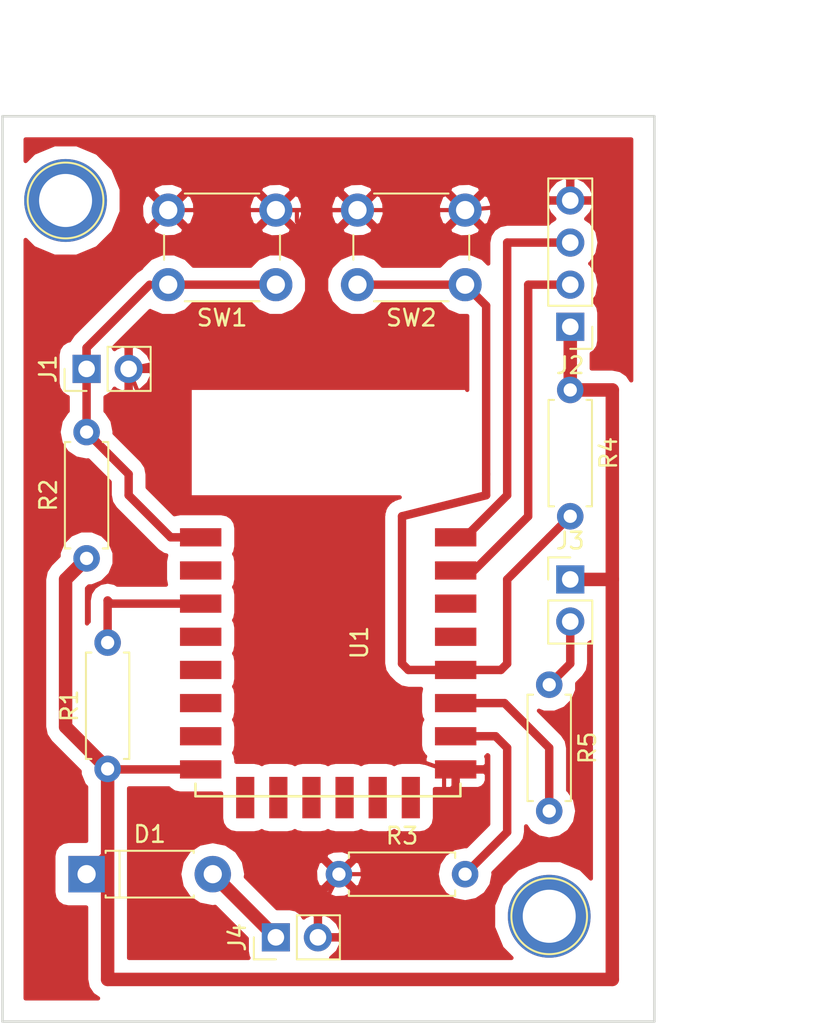
<source format=kicad_pcb>
(kicad_pcb (version 4) (host pcbnew 4.0.7-e2-6376~61~ubuntu18.04.1)

  (general
    (links 28)
    (no_connects 0)
    (area 147.244999 67.15 200.89 128.345001)
    (thickness 1.6)
    (drawings 6)
    (tracks 88)
    (zones 0)
    (modules 15)
    (nets 25)
  )

  (page A4)
  (layers
    (0 F.Cu signal)
    (31 B.Cu signal)
    (32 B.Adhes user)
    (33 F.Adhes user)
    (34 B.Paste user)
    (35 F.Paste user)
    (36 B.SilkS user)
    (37 F.SilkS user)
    (38 B.Mask user)
    (39 F.Mask user)
    (40 Dwgs.User user)
    (41 Cmts.User user)
    (42 Eco1.User user)
    (43 Eco2.User user)
    (44 Edge.Cuts user)
    (45 Margin user)
    (46 B.CrtYd user)
    (47 F.CrtYd user)
    (48 B.Fab user)
    (49 F.Fab user)
  )

  (setup
    (last_trace_width 0.508)
    (user_trace_width 0.1524)
    (user_trace_width 0.254)
    (user_trace_width 0.381)
    (user_trace_width 0.508)
    (user_trace_width 0.8128)
    (trace_clearance 0.2)
    (zone_clearance 0.762)
    (zone_45_only yes)
    (trace_min 0.1524)
    (segment_width 0.2)
    (edge_width 0.15)
    (via_size 0.6)
    (via_drill 0.4)
    (via_min_size 0.4)
    (via_min_drill 0.3)
    (user_via 0.4826 0.3302)
    (user_via 0.5 0.4)
    (user_via 1.905 0.3)
    (uvia_size 0.3)
    (uvia_drill 0.1)
    (uvias_allowed no)
    (uvia_min_size 0.2)
    (uvia_min_drill 0.1)
    (pcb_text_width 0.3)
    (pcb_text_size 1.5 1.5)
    (mod_edge_width 0.15)
    (mod_text_size 1 1)
    (mod_text_width 0.15)
    (pad_size 5 5)
    (pad_drill 3.2)
    (pad_to_mask_clearance 0.2)
    (aux_axis_origin 0 0)
    (grid_origin 152.4 80.01)
    (visible_elements FFFFFF7F)
    (pcbplotparams
      (layerselection 0x00030_80000001)
      (usegerberextensions false)
      (excludeedgelayer true)
      (linewidth 0.100000)
      (plotframeref false)
      (viasonmask false)
      (mode 1)
      (useauxorigin false)
      (hpglpennumber 1)
      (hpglpenspeed 20)
      (hpglpendiameter 15)
      (hpglpenoverlay 2)
      (psnegative false)
      (psa4output false)
      (plotreference true)
      (plotvalue true)
      (plotinvisibletext false)
      (padsonsilk false)
      (subtractmaskfromsilk false)
      (outputformat 1)
      (mirror false)
      (drillshape 1)
      (scaleselection 1)
      (outputdirectory ""))
  )

  (net 0 "")
  (net 1 3V3)
  (net 2 "Net-(J1-Pad1)")
  (net 3 "Net-(J2-Pad2)")
  (net 4 "Net-(J2-Pad3)")
  (net 5 "Net-(J3-Pad2)")
  (net 6 "Net-(R1-Pad2)")
  (net 7 "Net-(R3-Pad2)")
  (net 8 "Net-(R4-Pad2)")
  (net 9 "Net-(R5-Pad2)")
  (net 10 "Net-(U1-Pad2)")
  (net 11 "Net-(U1-Pad4)")
  (net 12 "Net-(U1-Pad5)")
  (net 13 "Net-(U1-Pad6)")
  (net 14 "Net-(U1-Pad7)")
  (net 15 "Net-(U1-Pad13)")
  (net 16 "Net-(U1-Pad14)")
  (net 17 "Net-(U1-Pad17)")
  (net 18 "Net-(U1-Pad18)")
  (net 19 "Net-(U1-Pad19)")
  (net 20 "Net-(U1-Pad20)")
  (net 21 "Net-(U1-Pad21)")
  (net 22 "Net-(U1-Pad22)")
  (net 23 "Net-(D1-Pad2)")
  (net 24 GND)

  (net_class Default "This is the default net class."
    (clearance 0.2)
    (trace_width 0.25)
    (via_dia 0.6)
    (via_drill 0.4)
    (uvia_dia 0.3)
    (uvia_drill 0.1)
    (add_net 3V3)
    (add_net GND)
    (add_net "Net-(D1-Pad2)")
    (add_net "Net-(J1-Pad1)")
    (add_net "Net-(J2-Pad2)")
    (add_net "Net-(J2-Pad3)")
    (add_net "Net-(J3-Pad2)")
    (add_net "Net-(R1-Pad2)")
    (add_net "Net-(R3-Pad2)")
    (add_net "Net-(R4-Pad2)")
    (add_net "Net-(R5-Pad2)")
    (add_net "Net-(U1-Pad13)")
    (add_net "Net-(U1-Pad14)")
    (add_net "Net-(U1-Pad17)")
    (add_net "Net-(U1-Pad18)")
    (add_net "Net-(U1-Pad19)")
    (add_net "Net-(U1-Pad2)")
    (add_net "Net-(U1-Pad20)")
    (add_net "Net-(U1-Pad21)")
    (add_net "Net-(U1-Pad22)")
    (add_net "Net-(U1-Pad4)")
    (add_net "Net-(U1-Pad5)")
    (add_net "Net-(U1-Pad6)")
    (add_net "Net-(U1-Pad7)")
  )

  (module Connectors:1pin (layer F.Cu) (tedit 5B158809) (tstamp 5B1589A0)
    (at 180.34 121.92)
    (descr "module 1 pin (ou trou mecanique de percage)")
    (tags DEV)
    (fp_text reference REF** (at 0 -3.048) (layer F.SilkS) hide
      (effects (font (size 1 1) (thickness 0.15)))
    )
    (fp_text value 1pin (at 0 3) (layer F.Fab) hide
      (effects (font (size 1 1) (thickness 0.15)))
    )
    (fp_circle (center 0 0) (end 2 0.8) (layer F.Fab) (width 0.1))
    (fp_circle (center 0 0) (end 2.6 0) (layer F.CrtYd) (width 0.05))
    (fp_circle (center 0 0) (end 0 -2.286) (layer F.SilkS) (width 0.12))
    (pad 1 thru_hole circle (at 0 0) (size 5 5) (drill 3.2) (layers *.Cu *.Mask))
  )

  (module Buttons_Switches_THT:SW_PUSH_6mm (layer F.Cu) (tedit 5923F252) (tstamp 5B15263D)
    (at 163.83 83.82 180)
    (descr https://www.omron.com/ecb/products/pdf/en-b3f.pdf)
    (tags "tact sw push 6mm")
    (path /5B1518E7)
    (fp_text reference SW1 (at 3.25 -2 180) (layer F.SilkS)
      (effects (font (size 1 1) (thickness 0.15)))
    )
    (fp_text value Reset (at 3.75 6.7 180) (layer F.Fab)
      (effects (font (size 1 1) (thickness 0.15)))
    )
    (fp_text user %R (at 3.25 2.25 180) (layer F.Fab)
      (effects (font (size 1 1) (thickness 0.15)))
    )
    (fp_line (start 3.25 -0.75) (end 6.25 -0.75) (layer F.Fab) (width 0.1))
    (fp_line (start 6.25 -0.75) (end 6.25 5.25) (layer F.Fab) (width 0.1))
    (fp_line (start 6.25 5.25) (end 0.25 5.25) (layer F.Fab) (width 0.1))
    (fp_line (start 0.25 5.25) (end 0.25 -0.75) (layer F.Fab) (width 0.1))
    (fp_line (start 0.25 -0.75) (end 3.25 -0.75) (layer F.Fab) (width 0.1))
    (fp_line (start 7.75 6) (end 8 6) (layer F.CrtYd) (width 0.05))
    (fp_line (start 8 6) (end 8 5.75) (layer F.CrtYd) (width 0.05))
    (fp_line (start 7.75 -1.5) (end 8 -1.5) (layer F.CrtYd) (width 0.05))
    (fp_line (start 8 -1.5) (end 8 -1.25) (layer F.CrtYd) (width 0.05))
    (fp_line (start -1.5 -1.25) (end -1.5 -1.5) (layer F.CrtYd) (width 0.05))
    (fp_line (start -1.5 -1.5) (end -1.25 -1.5) (layer F.CrtYd) (width 0.05))
    (fp_line (start -1.5 5.75) (end -1.5 6) (layer F.CrtYd) (width 0.05))
    (fp_line (start -1.5 6) (end -1.25 6) (layer F.CrtYd) (width 0.05))
    (fp_line (start -1.25 -1.5) (end 7.75 -1.5) (layer F.CrtYd) (width 0.05))
    (fp_line (start -1.5 5.75) (end -1.5 -1.25) (layer F.CrtYd) (width 0.05))
    (fp_line (start 7.75 6) (end -1.25 6) (layer F.CrtYd) (width 0.05))
    (fp_line (start 8 -1.25) (end 8 5.75) (layer F.CrtYd) (width 0.05))
    (fp_line (start 1 5.5) (end 5.5 5.5) (layer F.SilkS) (width 0.12))
    (fp_line (start -0.25 1.5) (end -0.25 3) (layer F.SilkS) (width 0.12))
    (fp_line (start 5.5 -1) (end 1 -1) (layer F.SilkS) (width 0.12))
    (fp_line (start 6.75 3) (end 6.75 1.5) (layer F.SilkS) (width 0.12))
    (fp_circle (center 3.25 2.25) (end 1.25 2.5) (layer F.Fab) (width 0.1))
    (pad 2 thru_hole circle (at 0 4.5 270) (size 2 2) (drill 1.1) (layers *.Cu *.Mask)
      (net 24 GND))
    (pad 1 thru_hole circle (at 0 0 270) (size 2 2) (drill 1.1) (layers *.Cu *.Mask)
      (net 2 "Net-(J1-Pad1)"))
    (pad 2 thru_hole circle (at 6.5 4.5 270) (size 2 2) (drill 1.1) (layers *.Cu *.Mask)
      (net 24 GND))
    (pad 1 thru_hole circle (at 6.5 0 270) (size 2 2) (drill 1.1) (layers *.Cu *.Mask)
      (net 2 "Net-(J1-Pad1)"))
    (model ${KISYS3DMOD}/Buttons_Switches_THT.3dshapes/SW_PUSH_6mm.wrl
      (at (xyz 0.005 0 0))
      (scale (xyz 0.3937 0.3937 0.3937))
      (rotate (xyz 0 0 0))
    )
  )

  (module Diodes_THT:D_DO-41_SOD81_P7.62mm_Horizontal (layer F.Cu) (tedit 5921392F) (tstamp 5B152603)
    (at 152.4 119.38)
    (descr "D, DO-41_SOD81 series, Axial, Horizontal, pin pitch=7.62mm, , length*diameter=5.2*2.7mm^2, , http://www.diodes.com/_files/packages/DO-41%20(Plastic).pdf")
    (tags "D DO-41_SOD81 series Axial Horizontal pin pitch 7.62mm  length 5.2mm diameter 2.7mm")
    (path /5B151373)
    (fp_text reference D1 (at 3.81 -2.41) (layer F.SilkS)
      (effects (font (size 1 1) (thickness 0.15)))
    )
    (fp_text value 1N4001 (at 3.81 2.41) (layer F.Fab)
      (effects (font (size 1 1) (thickness 0.15)))
    )
    (fp_text user %R (at 3.81 0) (layer F.Fab)
      (effects (font (size 1 1) (thickness 0.15)))
    )
    (fp_line (start 1.21 -1.35) (end 1.21 1.35) (layer F.Fab) (width 0.1))
    (fp_line (start 1.21 1.35) (end 6.41 1.35) (layer F.Fab) (width 0.1))
    (fp_line (start 6.41 1.35) (end 6.41 -1.35) (layer F.Fab) (width 0.1))
    (fp_line (start 6.41 -1.35) (end 1.21 -1.35) (layer F.Fab) (width 0.1))
    (fp_line (start 0 0) (end 1.21 0) (layer F.Fab) (width 0.1))
    (fp_line (start 7.62 0) (end 6.41 0) (layer F.Fab) (width 0.1))
    (fp_line (start 1.99 -1.35) (end 1.99 1.35) (layer F.Fab) (width 0.1))
    (fp_line (start 1.15 -1.28) (end 1.15 -1.41) (layer F.SilkS) (width 0.12))
    (fp_line (start 1.15 -1.41) (end 6.47 -1.41) (layer F.SilkS) (width 0.12))
    (fp_line (start 6.47 -1.41) (end 6.47 -1.28) (layer F.SilkS) (width 0.12))
    (fp_line (start 1.15 1.28) (end 1.15 1.41) (layer F.SilkS) (width 0.12))
    (fp_line (start 1.15 1.41) (end 6.47 1.41) (layer F.SilkS) (width 0.12))
    (fp_line (start 6.47 1.41) (end 6.47 1.28) (layer F.SilkS) (width 0.12))
    (fp_line (start 1.99 -1.41) (end 1.99 1.41) (layer F.SilkS) (width 0.12))
    (fp_line (start -1.35 -1.7) (end -1.35 1.7) (layer F.CrtYd) (width 0.05))
    (fp_line (start -1.35 1.7) (end 9 1.7) (layer F.CrtYd) (width 0.05))
    (fp_line (start 9 1.7) (end 9 -1.7) (layer F.CrtYd) (width 0.05))
    (fp_line (start 9 -1.7) (end -1.35 -1.7) (layer F.CrtYd) (width 0.05))
    (pad 1 thru_hole rect (at 0 0) (size 2.2 2.2) (drill 1.1) (layers *.Cu *.Mask)
      (net 1 3V3))
    (pad 2 thru_hole oval (at 7.62 0) (size 2.2 2.2) (drill 1.1) (layers *.Cu *.Mask)
      (net 23 "Net-(D1-Pad2)"))
    (model ${KISYS3DMOD}/Diodes_THT.3dshapes/D_DO-41_SOD81_P7.62mm_Horizontal.wrl
      (at (xyz 0 0 0))
      (scale (xyz 0.393701 0.393701 0.393701))
      (rotate (xyz 0 0 0))
    )
  )

  (module Pin_Headers:Pin_Header_Straight_1x02_Pitch2.54mm (layer F.Cu) (tedit 59650532) (tstamp 5B152609)
    (at 152.4 88.9 90)
    (descr "Through hole straight pin header, 1x02, 2.54mm pitch, single row")
    (tags "Through hole pin header THT 1x02 2.54mm single row")
    (path /5B15276C)
    (fp_text reference J1 (at 0 -2.33 90) (layer F.SilkS)
      (effects (font (size 1 1) (thickness 0.15)))
    )
    (fp_text value EXT_RST (at 0 4.87 90) (layer F.Fab)
      (effects (font (size 1 1) (thickness 0.15)))
    )
    (fp_line (start -0.635 -1.27) (end 1.27 -1.27) (layer F.Fab) (width 0.1))
    (fp_line (start 1.27 -1.27) (end 1.27 3.81) (layer F.Fab) (width 0.1))
    (fp_line (start 1.27 3.81) (end -1.27 3.81) (layer F.Fab) (width 0.1))
    (fp_line (start -1.27 3.81) (end -1.27 -0.635) (layer F.Fab) (width 0.1))
    (fp_line (start -1.27 -0.635) (end -0.635 -1.27) (layer F.Fab) (width 0.1))
    (fp_line (start -1.33 3.87) (end 1.33 3.87) (layer F.SilkS) (width 0.12))
    (fp_line (start -1.33 1.27) (end -1.33 3.87) (layer F.SilkS) (width 0.12))
    (fp_line (start 1.33 1.27) (end 1.33 3.87) (layer F.SilkS) (width 0.12))
    (fp_line (start -1.33 1.27) (end 1.33 1.27) (layer F.SilkS) (width 0.12))
    (fp_line (start -1.33 0) (end -1.33 -1.33) (layer F.SilkS) (width 0.12))
    (fp_line (start -1.33 -1.33) (end 0 -1.33) (layer F.SilkS) (width 0.12))
    (fp_line (start -1.8 -1.8) (end -1.8 4.35) (layer F.CrtYd) (width 0.05))
    (fp_line (start -1.8 4.35) (end 1.8 4.35) (layer F.CrtYd) (width 0.05))
    (fp_line (start 1.8 4.35) (end 1.8 -1.8) (layer F.CrtYd) (width 0.05))
    (fp_line (start 1.8 -1.8) (end -1.8 -1.8) (layer F.CrtYd) (width 0.05))
    (fp_text user %R (at 0 1.27 180) (layer F.Fab)
      (effects (font (size 1 1) (thickness 0.15)))
    )
    (pad 1 thru_hole rect (at 0 0 90) (size 1.7 1.7) (drill 1) (layers *.Cu *.Mask)
      (net 2 "Net-(J1-Pad1)"))
    (pad 2 thru_hole oval (at 0 2.54 90) (size 1.7 1.7) (drill 1) (layers *.Cu *.Mask)
      (net 24 GND))
    (model ${KISYS3DMOD}/Pin_Headers.3dshapes/Pin_Header_Straight_1x02_Pitch2.54mm.wrl
      (at (xyz 0 0 0))
      (scale (xyz 1 1 1))
      (rotate (xyz 0 0 0))
    )
  )

  (module Pin_Headers:Pin_Header_Straight_1x04_Pitch2.54mm (layer F.Cu) (tedit 5B1542F9) (tstamp 5B152611)
    (at 181.61 86.36 180)
    (descr "Through hole straight pin header, 1x04, 2.54mm pitch, single row")
    (tags "Through hole pin header THT 1x04 2.54mm single row")
    (path /5B151C36)
    (fp_text reference J2 (at 0 -2.33 180) (layer F.SilkS)
      (effects (font (size 1 1) (thickness 0.15)))
    )
    (fp_text value Programming (at 0 9.95 180) (layer F.Fab)
      (effects (font (size 1 1) (thickness 0.15)))
    )
    (fp_line (start -0.635 -1.27) (end 1.27 -1.27) (layer F.Fab) (width 0.1))
    (fp_line (start 1.27 -1.27) (end 1.27 8.89) (layer F.Fab) (width 0.1))
    (fp_line (start 1.27 8.89) (end -1.27 8.89) (layer F.Fab) (width 0.1))
    (fp_line (start -1.27 8.89) (end -1.27 -0.635) (layer F.Fab) (width 0.1))
    (fp_line (start -1.27 -0.635) (end -0.635 -1.27) (layer F.Fab) (width 0.1))
    (fp_line (start -1.33 8.95) (end 1.33 8.95) (layer F.SilkS) (width 0.12))
    (fp_line (start -1.33 1.27) (end -1.33 8.95) (layer F.SilkS) (width 0.12))
    (fp_line (start 1.33 1.27) (end 1.33 8.95) (layer F.SilkS) (width 0.12))
    (fp_line (start -1.33 1.27) (end 1.33 1.27) (layer F.SilkS) (width 0.12))
    (fp_line (start -1.33 0) (end -1.33 -1.33) (layer F.SilkS) (width 0.12))
    (fp_line (start -1.33 -1.33) (end 0 -1.33) (layer F.SilkS) (width 0.12))
    (fp_line (start -1.8 -1.8) (end -1.8 9.4) (layer F.CrtYd) (width 0.05))
    (fp_line (start -1.8 9.4) (end 1.8 9.4) (layer F.CrtYd) (width 0.05))
    (fp_line (start 1.8 9.4) (end 1.8 -1.8) (layer F.CrtYd) (width 0.05))
    (fp_line (start 1.8 -1.8) (end -1.8 -1.8) (layer F.CrtYd) (width 0.05))
    (fp_text user %R (at 2.54 5.08 270) (layer F.Fab)
      (effects (font (size 1 1) (thickness 0.15)))
    )
    (pad 1 thru_hole rect (at 0 0 180) (size 1.7 1.7) (drill 1) (layers *.Cu *.Mask)
      (net 1 3V3))
    (pad 2 thru_hole oval (at 0 2.54 180) (size 1.7 1.7) (drill 1) (layers *.Cu *.Mask)
      (net 3 "Net-(J2-Pad2)"))
    (pad 3 thru_hole oval (at 0 5.08 180) (size 1.7 1.7) (drill 1) (layers *.Cu *.Mask)
      (net 4 "Net-(J2-Pad3)"))
    (pad 4 thru_hole oval (at 0 7.62 180) (size 1.7 1.7) (drill 1) (layers *.Cu *.Mask)
      (net 24 GND))
    (model ${KISYS3DMOD}/Pin_Headers.3dshapes/Pin_Header_Straight_1x04_Pitch2.54mm.wrl
      (at (xyz 0 0 0))
      (scale (xyz 1 1 1))
      (rotate (xyz 0 0 0))
    )
  )

  (module Pin_Headers:Pin_Header_Straight_1x02_Pitch2.54mm (layer F.Cu) (tedit 59650532) (tstamp 5B152617)
    (at 181.61 101.6)
    (descr "Through hole straight pin header, 1x02, 2.54mm pitch, single row")
    (tags "Through hole pin header THT 1x02 2.54mm single row")
    (path /5B15263F)
    (fp_text reference J3 (at 0 -2.33) (layer F.SilkS)
      (effects (font (size 1 1) (thickness 0.15)))
    )
    (fp_text value EXT_LED (at 0 4.87) (layer F.Fab)
      (effects (font (size 1 1) (thickness 0.15)))
    )
    (fp_line (start -0.635 -1.27) (end 1.27 -1.27) (layer F.Fab) (width 0.1))
    (fp_line (start 1.27 -1.27) (end 1.27 3.81) (layer F.Fab) (width 0.1))
    (fp_line (start 1.27 3.81) (end -1.27 3.81) (layer F.Fab) (width 0.1))
    (fp_line (start -1.27 3.81) (end -1.27 -0.635) (layer F.Fab) (width 0.1))
    (fp_line (start -1.27 -0.635) (end -0.635 -1.27) (layer F.Fab) (width 0.1))
    (fp_line (start -1.33 3.87) (end 1.33 3.87) (layer F.SilkS) (width 0.12))
    (fp_line (start -1.33 1.27) (end -1.33 3.87) (layer F.SilkS) (width 0.12))
    (fp_line (start 1.33 1.27) (end 1.33 3.87) (layer F.SilkS) (width 0.12))
    (fp_line (start -1.33 1.27) (end 1.33 1.27) (layer F.SilkS) (width 0.12))
    (fp_line (start -1.33 0) (end -1.33 -1.33) (layer F.SilkS) (width 0.12))
    (fp_line (start -1.33 -1.33) (end 0 -1.33) (layer F.SilkS) (width 0.12))
    (fp_line (start -1.8 -1.8) (end -1.8 4.35) (layer F.CrtYd) (width 0.05))
    (fp_line (start -1.8 4.35) (end 1.8 4.35) (layer F.CrtYd) (width 0.05))
    (fp_line (start 1.8 4.35) (end 1.8 -1.8) (layer F.CrtYd) (width 0.05))
    (fp_line (start 1.8 -1.8) (end -1.8 -1.8) (layer F.CrtYd) (width 0.05))
    (fp_text user %R (at -3.81 1.27 90) (layer F.Fab)
      (effects (font (size 1 1) (thickness 0.15)))
    )
    (pad 1 thru_hole rect (at 0 0) (size 1.7 1.7) (drill 1) (layers *.Cu *.Mask)
      (net 1 3V3))
    (pad 2 thru_hole oval (at 0 2.54) (size 1.7 1.7) (drill 1) (layers *.Cu *.Mask)
      (net 5 "Net-(J3-Pad2)"))
    (model ${KISYS3DMOD}/Pin_Headers.3dshapes/Pin_Header_Straight_1x02_Pitch2.54mm.wrl
      (at (xyz 0 0 0))
      (scale (xyz 1 1 1))
      (rotate (xyz 0 0 0))
    )
  )

  (module Resistors_THT:R_Axial_DIN0207_L6.3mm_D2.5mm_P7.62mm_Horizontal (layer F.Cu) (tedit 5874F706) (tstamp 5B15261D)
    (at 153.67 113.03 90)
    (descr "Resistor, Axial_DIN0207 series, Axial, Horizontal, pin pitch=7.62mm, 0.25W = 1/4W, length*diameter=6.3*2.5mm^2, http://cdn-reichelt.de/documents/datenblatt/B400/1_4W%23YAG.pdf")
    (tags "Resistor Axial_DIN0207 series Axial Horizontal pin pitch 7.62mm 0.25W = 1/4W length 6.3mm diameter 2.5mm")
    (path /5B150EA9)
    (fp_text reference R1 (at 3.81 -2.31 90) (layer F.SilkS)
      (effects (font (size 1 1) (thickness 0.15)))
    )
    (fp_text value 100K (at 3.81 2.31 90) (layer F.Fab)
      (effects (font (size 1 1) (thickness 0.15)))
    )
    (fp_line (start 0.66 -1.25) (end 0.66 1.25) (layer F.Fab) (width 0.1))
    (fp_line (start 0.66 1.25) (end 6.96 1.25) (layer F.Fab) (width 0.1))
    (fp_line (start 6.96 1.25) (end 6.96 -1.25) (layer F.Fab) (width 0.1))
    (fp_line (start 6.96 -1.25) (end 0.66 -1.25) (layer F.Fab) (width 0.1))
    (fp_line (start 0 0) (end 0.66 0) (layer F.Fab) (width 0.1))
    (fp_line (start 7.62 0) (end 6.96 0) (layer F.Fab) (width 0.1))
    (fp_line (start 0.6 -0.98) (end 0.6 -1.31) (layer F.SilkS) (width 0.12))
    (fp_line (start 0.6 -1.31) (end 7.02 -1.31) (layer F.SilkS) (width 0.12))
    (fp_line (start 7.02 -1.31) (end 7.02 -0.98) (layer F.SilkS) (width 0.12))
    (fp_line (start 0.6 0.98) (end 0.6 1.31) (layer F.SilkS) (width 0.12))
    (fp_line (start 0.6 1.31) (end 7.02 1.31) (layer F.SilkS) (width 0.12))
    (fp_line (start 7.02 1.31) (end 7.02 0.98) (layer F.SilkS) (width 0.12))
    (fp_line (start -1.05 -1.6) (end -1.05 1.6) (layer F.CrtYd) (width 0.05))
    (fp_line (start -1.05 1.6) (end 8.7 1.6) (layer F.CrtYd) (width 0.05))
    (fp_line (start 8.7 1.6) (end 8.7 -1.6) (layer F.CrtYd) (width 0.05))
    (fp_line (start 8.7 -1.6) (end -1.05 -1.6) (layer F.CrtYd) (width 0.05))
    (pad 1 thru_hole circle (at 0 0 90) (size 1.6 1.6) (drill 0.8) (layers *.Cu *.Mask)
      (net 1 3V3))
    (pad 2 thru_hole oval (at 7.62 0 90) (size 1.6 1.6) (drill 0.8) (layers *.Cu *.Mask)
      (net 6 "Net-(R1-Pad2)"))
    (model ${KISYS3DMOD}/Resistors_THT.3dshapes/R_Axial_DIN0207_L6.3mm_D2.5mm_P7.62mm_Horizontal.wrl
      (at (xyz 0 0 0))
      (scale (xyz 0.393701 0.393701 0.393701))
      (rotate (xyz 0 0 0))
    )
  )

  (module Resistors_THT:R_Axial_DIN0207_L6.3mm_D2.5mm_P7.62mm_Horizontal (layer F.Cu) (tedit 5874F706) (tstamp 5B152623)
    (at 152.4 100.33 90)
    (descr "Resistor, Axial_DIN0207 series, Axial, Horizontal, pin pitch=7.62mm, 0.25W = 1/4W, length*diameter=6.3*2.5mm^2, http://cdn-reichelt.de/documents/datenblatt/B400/1_4W%23YAG.pdf")
    (tags "Resistor Axial_DIN0207 series Axial Horizontal pin pitch 7.62mm 0.25W = 1/4W length 6.3mm diameter 2.5mm")
    (path /5B151190)
    (fp_text reference R2 (at 3.81 -2.31 90) (layer F.SilkS)
      (effects (font (size 1 1) (thickness 0.15)))
    )
    (fp_text value 100K (at 3.81 2.31 90) (layer F.Fab)
      (effects (font (size 1 1) (thickness 0.15)))
    )
    (fp_line (start 0.66 -1.25) (end 0.66 1.25) (layer F.Fab) (width 0.1))
    (fp_line (start 0.66 1.25) (end 6.96 1.25) (layer F.Fab) (width 0.1))
    (fp_line (start 6.96 1.25) (end 6.96 -1.25) (layer F.Fab) (width 0.1))
    (fp_line (start 6.96 -1.25) (end 0.66 -1.25) (layer F.Fab) (width 0.1))
    (fp_line (start 0 0) (end 0.66 0) (layer F.Fab) (width 0.1))
    (fp_line (start 7.62 0) (end 6.96 0) (layer F.Fab) (width 0.1))
    (fp_line (start 0.6 -0.98) (end 0.6 -1.31) (layer F.SilkS) (width 0.12))
    (fp_line (start 0.6 -1.31) (end 7.02 -1.31) (layer F.SilkS) (width 0.12))
    (fp_line (start 7.02 -1.31) (end 7.02 -0.98) (layer F.SilkS) (width 0.12))
    (fp_line (start 0.6 0.98) (end 0.6 1.31) (layer F.SilkS) (width 0.12))
    (fp_line (start 0.6 1.31) (end 7.02 1.31) (layer F.SilkS) (width 0.12))
    (fp_line (start 7.02 1.31) (end 7.02 0.98) (layer F.SilkS) (width 0.12))
    (fp_line (start -1.05 -1.6) (end -1.05 1.6) (layer F.CrtYd) (width 0.05))
    (fp_line (start -1.05 1.6) (end 8.7 1.6) (layer F.CrtYd) (width 0.05))
    (fp_line (start 8.7 1.6) (end 8.7 -1.6) (layer F.CrtYd) (width 0.05))
    (fp_line (start 8.7 -1.6) (end -1.05 -1.6) (layer F.CrtYd) (width 0.05))
    (pad 1 thru_hole circle (at 0 0 90) (size 1.6 1.6) (drill 0.8) (layers *.Cu *.Mask)
      (net 1 3V3))
    (pad 2 thru_hole oval (at 7.62 0 90) (size 1.6 1.6) (drill 0.8) (layers *.Cu *.Mask)
      (net 2 "Net-(J1-Pad1)"))
    (model ${KISYS3DMOD}/Resistors_THT.3dshapes/R_Axial_DIN0207_L6.3mm_D2.5mm_P7.62mm_Horizontal.wrl
      (at (xyz 0 0 0))
      (scale (xyz 0.393701 0.393701 0.393701))
      (rotate (xyz 0 0 0))
    )
  )

  (module Resistors_THT:R_Axial_DIN0207_L6.3mm_D2.5mm_P7.62mm_Horizontal (layer F.Cu) (tedit 5874F706) (tstamp 5B152629)
    (at 167.64 119.38)
    (descr "Resistor, Axial_DIN0207 series, Axial, Horizontal, pin pitch=7.62mm, 0.25W = 1/4W, length*diameter=6.3*2.5mm^2, http://cdn-reichelt.de/documents/datenblatt/B400/1_4W%23YAG.pdf")
    (tags "Resistor Axial_DIN0207 series Axial Horizontal pin pitch 7.62mm 0.25W = 1/4W length 6.3mm diameter 2.5mm")
    (path /5B152042)
    (fp_text reference R3 (at 3.81 -2.31) (layer F.SilkS)
      (effects (font (size 1 1) (thickness 0.15)))
    )
    (fp_text value 100K (at 3.81 2.31) (layer F.Fab)
      (effects (font (size 1 1) (thickness 0.15)))
    )
    (fp_line (start 0.66 -1.25) (end 0.66 1.25) (layer F.Fab) (width 0.1))
    (fp_line (start 0.66 1.25) (end 6.96 1.25) (layer F.Fab) (width 0.1))
    (fp_line (start 6.96 1.25) (end 6.96 -1.25) (layer F.Fab) (width 0.1))
    (fp_line (start 6.96 -1.25) (end 0.66 -1.25) (layer F.Fab) (width 0.1))
    (fp_line (start 0 0) (end 0.66 0) (layer F.Fab) (width 0.1))
    (fp_line (start 7.62 0) (end 6.96 0) (layer F.Fab) (width 0.1))
    (fp_line (start 0.6 -0.98) (end 0.6 -1.31) (layer F.SilkS) (width 0.12))
    (fp_line (start 0.6 -1.31) (end 7.02 -1.31) (layer F.SilkS) (width 0.12))
    (fp_line (start 7.02 -1.31) (end 7.02 -0.98) (layer F.SilkS) (width 0.12))
    (fp_line (start 0.6 0.98) (end 0.6 1.31) (layer F.SilkS) (width 0.12))
    (fp_line (start 0.6 1.31) (end 7.02 1.31) (layer F.SilkS) (width 0.12))
    (fp_line (start 7.02 1.31) (end 7.02 0.98) (layer F.SilkS) (width 0.12))
    (fp_line (start -1.05 -1.6) (end -1.05 1.6) (layer F.CrtYd) (width 0.05))
    (fp_line (start -1.05 1.6) (end 8.7 1.6) (layer F.CrtYd) (width 0.05))
    (fp_line (start 8.7 1.6) (end 8.7 -1.6) (layer F.CrtYd) (width 0.05))
    (fp_line (start 8.7 -1.6) (end -1.05 -1.6) (layer F.CrtYd) (width 0.05))
    (pad 1 thru_hole circle (at 0 0) (size 1.6 1.6) (drill 0.8) (layers *.Cu *.Mask)
      (net 24 GND))
    (pad 2 thru_hole oval (at 7.62 0) (size 1.6 1.6) (drill 0.8) (layers *.Cu *.Mask)
      (net 7 "Net-(R3-Pad2)"))
    (model ${KISYS3DMOD}/Resistors_THT.3dshapes/R_Axial_DIN0207_L6.3mm_D2.5mm_P7.62mm_Horizontal.wrl
      (at (xyz 0 0 0))
      (scale (xyz 0.393701 0.393701 0.393701))
      (rotate (xyz 0 0 0))
    )
  )

  (module Resistors_THT:R_Axial_DIN0207_L6.3mm_D2.5mm_P7.62mm_Horizontal (layer F.Cu) (tedit 5874F706) (tstamp 5B15262F)
    (at 181.61 90.17 270)
    (descr "Resistor, Axial_DIN0207 series, Axial, Horizontal, pin pitch=7.62mm, 0.25W = 1/4W, length*diameter=6.3*2.5mm^2, http://cdn-reichelt.de/documents/datenblatt/B400/1_4W%23YAG.pdf")
    (tags "Resistor Axial_DIN0207 series Axial Horizontal pin pitch 7.62mm 0.25W = 1/4W length 6.3mm diameter 2.5mm")
    (path /5B1514BD)
    (fp_text reference R4 (at 3.81 -2.31 270) (layer F.SilkS)
      (effects (font (size 1 1) (thickness 0.15)))
    )
    (fp_text value 100K (at 3.81 2.31 270) (layer F.Fab)
      (effects (font (size 1 1) (thickness 0.15)))
    )
    (fp_line (start 0.66 -1.25) (end 0.66 1.25) (layer F.Fab) (width 0.1))
    (fp_line (start 0.66 1.25) (end 6.96 1.25) (layer F.Fab) (width 0.1))
    (fp_line (start 6.96 1.25) (end 6.96 -1.25) (layer F.Fab) (width 0.1))
    (fp_line (start 6.96 -1.25) (end 0.66 -1.25) (layer F.Fab) (width 0.1))
    (fp_line (start 0 0) (end 0.66 0) (layer F.Fab) (width 0.1))
    (fp_line (start 7.62 0) (end 6.96 0) (layer F.Fab) (width 0.1))
    (fp_line (start 0.6 -0.98) (end 0.6 -1.31) (layer F.SilkS) (width 0.12))
    (fp_line (start 0.6 -1.31) (end 7.02 -1.31) (layer F.SilkS) (width 0.12))
    (fp_line (start 7.02 -1.31) (end 7.02 -0.98) (layer F.SilkS) (width 0.12))
    (fp_line (start 0.6 0.98) (end 0.6 1.31) (layer F.SilkS) (width 0.12))
    (fp_line (start 0.6 1.31) (end 7.02 1.31) (layer F.SilkS) (width 0.12))
    (fp_line (start 7.02 1.31) (end 7.02 0.98) (layer F.SilkS) (width 0.12))
    (fp_line (start -1.05 -1.6) (end -1.05 1.6) (layer F.CrtYd) (width 0.05))
    (fp_line (start -1.05 1.6) (end 8.7 1.6) (layer F.CrtYd) (width 0.05))
    (fp_line (start 8.7 1.6) (end 8.7 -1.6) (layer F.CrtYd) (width 0.05))
    (fp_line (start 8.7 -1.6) (end -1.05 -1.6) (layer F.CrtYd) (width 0.05))
    (pad 1 thru_hole circle (at 0 0 270) (size 1.6 1.6) (drill 0.8) (layers *.Cu *.Mask)
      (net 1 3V3))
    (pad 2 thru_hole oval (at 7.62 0 270) (size 1.6 1.6) (drill 0.8) (layers *.Cu *.Mask)
      (net 8 "Net-(R4-Pad2)"))
    (model ${KISYS3DMOD}/Resistors_THT.3dshapes/R_Axial_DIN0207_L6.3mm_D2.5mm_P7.62mm_Horizontal.wrl
      (at (xyz 0 0 0))
      (scale (xyz 0.393701 0.393701 0.393701))
      (rotate (xyz 0 0 0))
    )
  )

  (module Resistors_THT:R_Axial_DIN0207_L6.3mm_D2.5mm_P7.62mm_Horizontal (layer F.Cu) (tedit 5874F706) (tstamp 5B152635)
    (at 180.34 107.95 270)
    (descr "Resistor, Axial_DIN0207 series, Axial, Horizontal, pin pitch=7.62mm, 0.25W = 1/4W, length*diameter=6.3*2.5mm^2, http://cdn-reichelt.de/documents/datenblatt/B400/1_4W%23YAG.pdf")
    (tags "Resistor Axial_DIN0207 series Axial Horizontal pin pitch 7.62mm 0.25W = 1/4W length 6.3mm diameter 2.5mm")
    (path /5B152313)
    (fp_text reference R5 (at 3.81 -2.31 270) (layer F.SilkS)
      (effects (font (size 1 1) (thickness 0.15)))
    )
    (fp_text value 220 (at 3.81 2.31 270) (layer F.Fab)
      (effects (font (size 1 1) (thickness 0.15)))
    )
    (fp_line (start 0.66 -1.25) (end 0.66 1.25) (layer F.Fab) (width 0.1))
    (fp_line (start 0.66 1.25) (end 6.96 1.25) (layer F.Fab) (width 0.1))
    (fp_line (start 6.96 1.25) (end 6.96 -1.25) (layer F.Fab) (width 0.1))
    (fp_line (start 6.96 -1.25) (end 0.66 -1.25) (layer F.Fab) (width 0.1))
    (fp_line (start 0 0) (end 0.66 0) (layer F.Fab) (width 0.1))
    (fp_line (start 7.62 0) (end 6.96 0) (layer F.Fab) (width 0.1))
    (fp_line (start 0.6 -0.98) (end 0.6 -1.31) (layer F.SilkS) (width 0.12))
    (fp_line (start 0.6 -1.31) (end 7.02 -1.31) (layer F.SilkS) (width 0.12))
    (fp_line (start 7.02 -1.31) (end 7.02 -0.98) (layer F.SilkS) (width 0.12))
    (fp_line (start 0.6 0.98) (end 0.6 1.31) (layer F.SilkS) (width 0.12))
    (fp_line (start 0.6 1.31) (end 7.02 1.31) (layer F.SilkS) (width 0.12))
    (fp_line (start 7.02 1.31) (end 7.02 0.98) (layer F.SilkS) (width 0.12))
    (fp_line (start -1.05 -1.6) (end -1.05 1.6) (layer F.CrtYd) (width 0.05))
    (fp_line (start -1.05 1.6) (end 8.7 1.6) (layer F.CrtYd) (width 0.05))
    (fp_line (start 8.7 1.6) (end 8.7 -1.6) (layer F.CrtYd) (width 0.05))
    (fp_line (start 8.7 -1.6) (end -1.05 -1.6) (layer F.CrtYd) (width 0.05))
    (pad 1 thru_hole circle (at 0 0 270) (size 1.6 1.6) (drill 0.8) (layers *.Cu *.Mask)
      (net 5 "Net-(J3-Pad2)"))
    (pad 2 thru_hole oval (at 7.62 0 270) (size 1.6 1.6) (drill 0.8) (layers *.Cu *.Mask)
      (net 9 "Net-(R5-Pad2)"))
    (model ${KISYS3DMOD}/Resistors_THT.3dshapes/R_Axial_DIN0207_L6.3mm_D2.5mm_P7.62mm_Horizontal.wrl
      (at (xyz 0 0 0))
      (scale (xyz 0.393701 0.393701 0.393701))
      (rotate (xyz 0 0 0))
    )
  )

  (module Buttons_Switches_THT:SW_PUSH_6mm (layer F.Cu) (tedit 5923F252) (tstamp 5B152645)
    (at 175.26 83.82 180)
    (descr https://www.omron.com/ecb/products/pdf/en-b3f.pdf)
    (tags "tact sw push 6mm")
    (path /5B151674)
    (fp_text reference SW2 (at 3.25 -2 180) (layer F.SilkS)
      (effects (font (size 1 1) (thickness 0.15)))
    )
    (fp_text value Program (at 3.75 6.7 180) (layer F.Fab)
      (effects (font (size 1 1) (thickness 0.15)))
    )
    (fp_text user %R (at 3.25 2.25 180) (layer F.Fab)
      (effects (font (size 1 1) (thickness 0.15)))
    )
    (fp_line (start 3.25 -0.75) (end 6.25 -0.75) (layer F.Fab) (width 0.1))
    (fp_line (start 6.25 -0.75) (end 6.25 5.25) (layer F.Fab) (width 0.1))
    (fp_line (start 6.25 5.25) (end 0.25 5.25) (layer F.Fab) (width 0.1))
    (fp_line (start 0.25 5.25) (end 0.25 -0.75) (layer F.Fab) (width 0.1))
    (fp_line (start 0.25 -0.75) (end 3.25 -0.75) (layer F.Fab) (width 0.1))
    (fp_line (start 7.75 6) (end 8 6) (layer F.CrtYd) (width 0.05))
    (fp_line (start 8 6) (end 8 5.75) (layer F.CrtYd) (width 0.05))
    (fp_line (start 7.75 -1.5) (end 8 -1.5) (layer F.CrtYd) (width 0.05))
    (fp_line (start 8 -1.5) (end 8 -1.25) (layer F.CrtYd) (width 0.05))
    (fp_line (start -1.5 -1.25) (end -1.5 -1.5) (layer F.CrtYd) (width 0.05))
    (fp_line (start -1.5 -1.5) (end -1.25 -1.5) (layer F.CrtYd) (width 0.05))
    (fp_line (start -1.5 5.75) (end -1.5 6) (layer F.CrtYd) (width 0.05))
    (fp_line (start -1.5 6) (end -1.25 6) (layer F.CrtYd) (width 0.05))
    (fp_line (start -1.25 -1.5) (end 7.75 -1.5) (layer F.CrtYd) (width 0.05))
    (fp_line (start -1.5 5.75) (end -1.5 -1.25) (layer F.CrtYd) (width 0.05))
    (fp_line (start 7.75 6) (end -1.25 6) (layer F.CrtYd) (width 0.05))
    (fp_line (start 8 -1.25) (end 8 5.75) (layer F.CrtYd) (width 0.05))
    (fp_line (start 1 5.5) (end 5.5 5.5) (layer F.SilkS) (width 0.12))
    (fp_line (start -0.25 1.5) (end -0.25 3) (layer F.SilkS) (width 0.12))
    (fp_line (start 5.5 -1) (end 1 -1) (layer F.SilkS) (width 0.12))
    (fp_line (start 6.75 3) (end 6.75 1.5) (layer F.SilkS) (width 0.12))
    (fp_circle (center 3.25 2.25) (end 1.25 2.5) (layer F.Fab) (width 0.1))
    (pad 2 thru_hole circle (at 0 4.5 270) (size 2 2) (drill 1.1) (layers *.Cu *.Mask)
      (net 24 GND))
    (pad 1 thru_hole circle (at 0 0 270) (size 2 2) (drill 1.1) (layers *.Cu *.Mask)
      (net 8 "Net-(R4-Pad2)"))
    (pad 2 thru_hole circle (at 6.5 4.5 270) (size 2 2) (drill 1.1) (layers *.Cu *.Mask)
      (net 24 GND))
    (pad 1 thru_hole circle (at 6.5 0 270) (size 2 2) (drill 1.1) (layers *.Cu *.Mask)
      (net 8 "Net-(R4-Pad2)"))
    (model ${KISYS3DMOD}/Buttons_Switches_THT.3dshapes/SW_PUSH_6mm.wrl
      (at (xyz 0.005 0 0))
      (scale (xyz 0.3937 0.3937 0.3937))
      (rotate (xyz 0 0 0))
    )
  )

  (module ESP8266:ESP-12E_SMD (layer F.Cu) (tedit 58FB7FFE) (tstamp 5B15265F)
    (at 159.99 99.06)
    (descr "Module, ESP-8266, ESP-12, 16 pad, SMD")
    (tags "Module ESP-8266 ESP8266")
    (path /5B15075B)
    (fp_text reference U1 (at 8.89 6.35 90) (layer F.SilkS)
      (effects (font (size 1 1) (thickness 0.15)))
    )
    (fp_text value ESP-12E (at 5.08 6.35 90) (layer F.Fab) hide
      (effects (font (size 1 1) (thickness 0.15)))
    )
    (fp_line (start -2.25 -0.5) (end -2.25 -8.75) (layer F.CrtYd) (width 0.05))
    (fp_line (start -2.25 -8.75) (end 15.25 -8.75) (layer F.CrtYd) (width 0.05))
    (fp_line (start 15.25 -8.75) (end 16.25 -8.75) (layer F.CrtYd) (width 0.05))
    (fp_line (start 16.25 -8.75) (end 16.25 16) (layer F.CrtYd) (width 0.05))
    (fp_line (start 16.25 16) (end -2.25 16) (layer F.CrtYd) (width 0.05))
    (fp_line (start -2.25 16) (end -2.25 -0.5) (layer F.CrtYd) (width 0.05))
    (fp_line (start -1.016 -8.382) (end 14.986 -8.382) (layer F.CrtYd) (width 0.1524))
    (fp_line (start 14.986 -8.382) (end 14.986 -0.889) (layer F.CrtYd) (width 0.1524))
    (fp_line (start -1.016 -8.382) (end -1.016 -1.016) (layer F.CrtYd) (width 0.1524))
    (fp_line (start -1.016 14.859) (end -1.016 15.621) (layer F.SilkS) (width 0.1524))
    (fp_line (start -1.016 15.621) (end 14.986 15.621) (layer F.SilkS) (width 0.1524))
    (fp_line (start 14.986 15.621) (end 14.986 14.859) (layer F.SilkS) (width 0.1524))
    (fp_line (start 14.992 -8.4) (end -1.008 -2.6) (layer F.CrtYd) (width 0.1524))
    (fp_line (start -1.008 -8.4) (end 14.992 -2.6) (layer F.CrtYd) (width 0.1524))
    (fp_text user "No Copper" (at 6.892 -5.4) (layer F.CrtYd)
      (effects (font (size 1 1) (thickness 0.15)))
    )
    (fp_line (start -1.008 -2.6) (end 14.992 -2.6) (layer F.CrtYd) (width 0.1524))
    (fp_line (start 15 -8.4) (end 15 15.6) (layer F.Fab) (width 0.05))
    (fp_line (start 14.992 15.6) (end -1.008 15.6) (layer F.Fab) (width 0.05))
    (fp_line (start -1.008 15.6) (end -1.008 -8.4) (layer F.Fab) (width 0.05))
    (fp_line (start -1.008 -8.4) (end 14.992 -8.4) (layer F.Fab) (width 0.05))
    (pad 1 smd rect (at 0 0) (size 2.5 1.1) (drill (offset -0.7 0)) (layers F.Cu F.Paste F.Mask)
      (net 2 "Net-(J1-Pad1)"))
    (pad 2 smd rect (at 0 2) (size 2.5 1.1) (drill (offset -0.7 0)) (layers F.Cu F.Paste F.Mask)
      (net 10 "Net-(U1-Pad2)"))
    (pad 3 smd rect (at 0 4) (size 2.5 1.1) (drill (offset -0.7 0)) (layers F.Cu F.Paste F.Mask)
      (net 6 "Net-(R1-Pad2)"))
    (pad 4 smd rect (at 0 6) (size 2.5 1.1) (drill (offset -0.7 0)) (layers F.Cu F.Paste F.Mask)
      (net 11 "Net-(U1-Pad4)"))
    (pad 5 smd rect (at 0 8) (size 2.5 1.1) (drill (offset -0.7 0)) (layers F.Cu F.Paste F.Mask)
      (net 12 "Net-(U1-Pad5)"))
    (pad 6 smd rect (at 0 10) (size 2.5 1.1) (drill (offset -0.7 0)) (layers F.Cu F.Paste F.Mask)
      (net 13 "Net-(U1-Pad6)"))
    (pad 7 smd rect (at 0 12) (size 2.5 1.1) (drill (offset -0.7 0)) (layers F.Cu F.Paste F.Mask)
      (net 14 "Net-(U1-Pad7)"))
    (pad 8 smd rect (at 0 14) (size 2.5 1.1) (drill (offset -0.7 0)) (layers F.Cu F.Paste F.Mask)
      (net 1 3V3))
    (pad 9 smd rect (at 14 14) (size 2.5 1.1) (drill (offset 0.7 0)) (layers F.Cu F.Paste F.Mask)
      (net 24 GND))
    (pad 10 smd rect (at 14 12) (size 2.5 1.1) (drill (offset 0.7 0)) (layers F.Cu F.Paste F.Mask)
      (net 7 "Net-(R3-Pad2)"))
    (pad 11 smd rect (at 14 10) (size 2.5 1.1) (drill (offset 0.7 0)) (layers F.Cu F.Paste F.Mask)
      (net 9 "Net-(R5-Pad2)"))
    (pad 12 smd rect (at 14 8) (size 2.5 1.1) (drill (offset 0.7 0)) (layers F.Cu F.Paste F.Mask)
      (net 8 "Net-(R4-Pad2)"))
    (pad 13 smd rect (at 14 6) (size 2.5 1.1) (drill (offset 0.7 0)) (layers F.Cu F.Paste F.Mask)
      (net 15 "Net-(U1-Pad13)"))
    (pad 14 smd rect (at 14 4) (size 2.5 1.1) (drill (offset 0.7 0)) (layers F.Cu F.Paste F.Mask)
      (net 16 "Net-(U1-Pad14)"))
    (pad 15 smd rect (at 14 2) (size 2.5 1.1) (drill (offset 0.7 0)) (layers F.Cu F.Paste F.Mask)
      (net 3 "Net-(J2-Pad2)"))
    (pad 16 smd rect (at 14 0) (size 2.5 1.1) (drill (offset 0.7 0)) (layers F.Cu F.Paste F.Mask)
      (net 4 "Net-(J2-Pad3)"))
    (pad 17 smd rect (at 1.99 15 90) (size 2.5 1.1) (drill (offset -0.7 0)) (layers F.Cu F.Paste F.Mask)
      (net 17 "Net-(U1-Pad17)"))
    (pad 18 smd rect (at 3.99 15 90) (size 2.5 1.1) (drill (offset -0.7 0)) (layers F.Cu F.Paste F.Mask)
      (net 18 "Net-(U1-Pad18)"))
    (pad 19 smd rect (at 5.99 15 90) (size 2.5 1.1) (drill (offset -0.7 0)) (layers F.Cu F.Paste F.Mask)
      (net 19 "Net-(U1-Pad19)"))
    (pad 20 smd rect (at 7.99 15 90) (size 2.5 1.1) (drill (offset -0.7 0)) (layers F.Cu F.Paste F.Mask)
      (net 20 "Net-(U1-Pad20)"))
    (pad 21 smd rect (at 9.99 15 90) (size 2.5 1.1) (drill (offset -0.7 0)) (layers F.Cu F.Paste F.Mask)
      (net 21 "Net-(U1-Pad21)"))
    (pad 22 smd rect (at 11.99 15 90) (size 2.5 1.1) (drill (offset -0.7 0)) (layers F.Cu F.Paste F.Mask)
      (net 22 "Net-(U1-Pad22)"))
    (model ${ESPLIB}/ESP8266.3dshapes/ESP-12.wrl
      (at (xyz 0 0 0))
      (scale (xyz 0.3937 0.3937 0.3937))
      (rotate (xyz 0 0 0))
    )
  )

  (module Pin_Headers:Pin_Header_Straight_1x02_Pitch2.54mm (layer F.Cu) (tedit 59650532) (tstamp 5B15292E)
    (at 163.83 123.19 90)
    (descr "Through hole straight pin header, 1x02, 2.54mm pitch, single row")
    (tags "Through hole pin header THT 1x02 2.54mm single row")
    (path /5B15362C)
    (fp_text reference J4 (at 0 -2.33 90) (layer F.SilkS)
      (effects (font (size 1 1) (thickness 0.15)))
    )
    (fp_text value Battery (at 0 5.08 90) (layer F.Fab)
      (effects (font (size 1 1) (thickness 0.15)))
    )
    (fp_line (start -0.635 -1.27) (end 1.27 -1.27) (layer F.Fab) (width 0.1))
    (fp_line (start 1.27 -1.27) (end 1.27 3.81) (layer F.Fab) (width 0.1))
    (fp_line (start 1.27 3.81) (end -1.27 3.81) (layer F.Fab) (width 0.1))
    (fp_line (start -1.27 3.81) (end -1.27 -0.635) (layer F.Fab) (width 0.1))
    (fp_line (start -1.27 -0.635) (end -0.635 -1.27) (layer F.Fab) (width 0.1))
    (fp_line (start -1.33 3.87) (end 1.33 3.87) (layer F.SilkS) (width 0.12))
    (fp_line (start -1.33 1.27) (end -1.33 3.87) (layer F.SilkS) (width 0.12))
    (fp_line (start 1.33 1.27) (end 1.33 3.87) (layer F.SilkS) (width 0.12))
    (fp_line (start -1.33 1.27) (end 1.33 1.27) (layer F.SilkS) (width 0.12))
    (fp_line (start -1.33 0) (end -1.33 -1.33) (layer F.SilkS) (width 0.12))
    (fp_line (start -1.33 -1.33) (end 0 -1.33) (layer F.SilkS) (width 0.12))
    (fp_line (start -1.8 -1.8) (end -1.8 4.35) (layer F.CrtYd) (width 0.05))
    (fp_line (start -1.8 4.35) (end 1.8 4.35) (layer F.CrtYd) (width 0.05))
    (fp_line (start 1.8 4.35) (end 1.8 -1.8) (layer F.CrtYd) (width 0.05))
    (fp_line (start 1.8 -1.8) (end -1.8 -1.8) (layer F.CrtYd) (width 0.05))
    (fp_text user %R (at 0 1.27 180) (layer F.Fab)
      (effects (font (size 1 1) (thickness 0.15)))
    )
    (pad 1 thru_hole rect (at 0 0 90) (size 1.7 1.7) (drill 1) (layers *.Cu *.Mask)
      (net 23 "Net-(D1-Pad2)"))
    (pad 2 thru_hole oval (at 0 2.54 90) (size 1.7 1.7) (drill 1) (layers *.Cu *.Mask)
      (net 24 GND))
    (model ${KISYS3DMOD}/Pin_Headers.3dshapes/Pin_Header_Straight_1x02_Pitch2.54mm.wrl
      (at (xyz 0 0 0))
      (scale (xyz 1 1 1))
      (rotate (xyz 0 0 0))
    )
  )

  (module Connectors:1pin (layer F.Cu) (tedit 5B158809) (tstamp 5B158783)
    (at 151.13 78.74)
    (descr "module 1 pin (ou trou mecanique de percage)")
    (tags DEV)
    (fp_text reference REF** (at 0 -3.048) (layer F.SilkS) hide
      (effects (font (size 1 1) (thickness 0.15)))
    )
    (fp_text value 1pin (at 0 3) (layer F.Fab) hide
      (effects (font (size 1 1) (thickness 0.15)))
    )
    (fp_circle (center 0 0) (end 2 0.8) (layer F.Fab) (width 0.1))
    (fp_circle (center 0 0) (end 2.6 0) (layer F.CrtYd) (width 0.05))
    (fp_circle (center 0 0) (end 0 -2.286) (layer F.SilkS) (width 0.12))
    (pad 1 thru_hole circle (at 0 0) (size 5 5) (drill 3.2) (layers *.Cu *.Mask))
  )

  (dimension 54.61 (width 0.3) (layer Cmts.User)
    (gr_text "54.610 mm" (at 194.39 100.965 270) (layer Cmts.User)
      (effects (font (size 1.5 1.5) (thickness 0.3)))
    )
    (feature1 (pts (xy 187.96 128.27) (xy 195.74 128.27)))
    (feature2 (pts (xy 187.96 73.66) (xy 195.74 73.66)))
    (crossbar (pts (xy 193.04 73.66) (xy 193.04 128.27)))
    (arrow1a (pts (xy 193.04 128.27) (xy 192.453579 127.143496)))
    (arrow1b (pts (xy 193.04 128.27) (xy 193.626421 127.143496)))
    (arrow2a (pts (xy 193.04 73.66) (xy 192.453579 74.786504)))
    (arrow2b (pts (xy 193.04 73.66) (xy 193.626421 74.786504)))
  )
  (dimension 39.37 (width 0.3) (layer Cmts.User)
    (gr_text "39.370 mm" (at 167.005 68.5) (layer Cmts.User)
      (effects (font (size 1.5 1.5) (thickness 0.3)))
    )
    (feature1 (pts (xy 186.69 72.39) (xy 186.69 67.15)))
    (feature2 (pts (xy 147.32 72.39) (xy 147.32 67.15)))
    (crossbar (pts (xy 147.32 69.85) (xy 186.69 69.85)))
    (arrow1a (pts (xy 186.69 69.85) (xy 185.563496 70.436421)))
    (arrow1b (pts (xy 186.69 69.85) (xy 185.563496 69.263579)))
    (arrow2a (pts (xy 147.32 69.85) (xy 148.446504 70.436421)))
    (arrow2b (pts (xy 147.32 69.85) (xy 148.446504 69.263579)))
  )
  (gr_line (start 147.32 128.27) (end 147.32 73.66) (angle 90) (layer Edge.Cuts) (width 0.15))
  (gr_line (start 186.69 128.27) (end 147.32 128.27) (angle 90) (layer Edge.Cuts) (width 0.15))
  (gr_line (start 186.69 73.66) (end 186.69 128.27) (angle 90) (layer Edge.Cuts) (width 0.15))
  (gr_line (start 147.32 73.66) (end 186.69 73.66) (angle 90) (layer Edge.Cuts) (width 0.15))

  (segment (start 152.4 100.33) (end 151.13 101.6) (width 0.8128) (layer F.Cu) (net 1))
  (segment (start 151.13 101.6) (end 151.13 110.49) (width 0.8128) (layer F.Cu) (net 1) (tstamp 5B15844B))
  (segment (start 151.13 110.49) (end 153.67 113.03) (width 0.8128) (layer F.Cu) (net 1) (tstamp 5B15844C))
  (segment (start 153.67 113.03) (end 153.67 118.11) (width 0.508) (layer F.Cu) (net 1))
  (segment (start 153.67 118.11) (end 152.4 119.38) (width 0.508) (layer F.Cu) (net 1) (tstamp 5B158387))
  (segment (start 181.61 101.6) (end 184.15 101.6) (width 0.8128) (layer F.Cu) (net 1))
  (segment (start 184.15 101.6) (end 184.15 125.73) (width 0.8128) (layer F.Cu) (net 1))
  (segment (start 153.67 125.73) (end 153.67 120.65) (width 0.8128) (layer F.Cu) (net 1) (tstamp 5B156986))
  (segment (start 184.15 125.73) (end 153.67 125.73) (width 0.8128) (layer F.Cu) (net 1) (tstamp 5B156980))
  (segment (start 153.67 113.03) (end 153.67 120.65) (width 0.8128) (layer F.Cu) (net 1))
  (segment (start 181.61 90.17) (end 184.15 90.17) (width 0.8128) (layer F.Cu) (net 1))
  (segment (start 184.15 90.17) (end 184.15 101.6) (width 0.8128) (layer F.Cu) (net 1) (tstamp 5B156916))
  (segment (start 181.61 86.36) (end 181.61 90.17) (width 0.8128) (layer F.Cu) (net 1))
  (segment (start 159.99 113.06) (end 153.7 113.06) (width 0.508) (layer F.Cu) (net 1))
  (segment (start 153.7 113.06) (end 153.67 113.03) (width 0.25) (layer F.Cu) (net 1) (tstamp 5B15457B))
  (segment (start 152.4 88.9) (end 152.4 87.63) (width 0.508) (layer F.Cu) (net 2))
  (segment (start 152.4 87.63) (end 156.21 83.82) (width 0.508) (layer F.Cu) (net 2) (tstamp 5B158544))
  (segment (start 156.21 83.82) (end 157.33 83.82) (width 0.25) (layer F.Cu) (net 2) (tstamp 5B158545))
  (segment (start 157.33 83.82) (end 156.21 83.82) (width 0.25) (layer F.Cu) (net 2))
  (segment (start 152.4 87.63) (end 152.4 92.71) (width 0.508) (layer F.Cu) (net 2) (tstamp 5B15853B))
  (segment (start 156.21 83.82) (end 152.4 87.63) (width 0.25) (layer F.Cu) (net 2) (tstamp 5B15853A))
  (segment (start 152.4 92.71) (end 154.94 95.25) (width 0.508) (layer F.Cu) (net 2) (tstamp 5B15853D))
  (segment (start 154.94 95.25) (end 154.94 96.52) (width 0.508) (layer F.Cu) (net 2) (tstamp 5B15853E))
  (segment (start 154.94 96.52) (end 157.48 99.06) (width 0.508) (layer F.Cu) (net 2) (tstamp 5B15853F))
  (segment (start 157.48 99.06) (end 159.99 99.06) (width 0.508) (layer F.Cu) (net 2) (tstamp 5B158540))
  (segment (start 157.33 83.82) (end 163.83 83.82) (width 0.508) (layer F.Cu) (net 2) (tstamp 5B156B23))
  (segment (start 159.99 99.06) (end 159.99 99.03) (width 0.25) (layer F.Cu) (net 2))
  (segment (start 181.61 83.82) (end 179.07 83.82) (width 0.508) (layer F.Cu) (net 3))
  (segment (start 179.07 83.82) (end 179.07 97.79) (width 0.508) (layer F.Cu) (net 3) (tstamp 5B15655D))
  (segment (start 179.07 97.79) (end 175.8 101.06) (width 0.508) (layer F.Cu) (net 3) (tstamp 5B156560))
  (segment (start 175.8 101.06) (end 173.99 101.06) (width 0.25) (layer F.Cu) (net 3) (tstamp 5B156563))
  (segment (start 181.61 81.28) (end 177.8 81.28) (width 0.508) (layer F.Cu) (net 4))
  (segment (start 177.8 81.28) (end 177.8 96.52) (width 0.508) (layer F.Cu) (net 4) (tstamp 5B15654A))
  (segment (start 177.8 96.52) (end 175.26 99.06) (width 0.508) (layer F.Cu) (net 4) (tstamp 5B15654D))
  (segment (start 175.26 99.06) (end 173.99 99.06) (width 0.25) (layer F.Cu) (net 4) (tstamp 5B156552))
  (segment (start 181.61 104.14) (end 181.61 106.68) (width 0.508) (layer F.Cu) (net 5))
  (segment (start 181.61 106.68) (end 180.34 107.95) (width 0.508) (layer F.Cu) (net 5) (tstamp 5B157CDD))
  (segment (start 153.67 105.41) (end 153.67 102.87) (width 0.508) (layer F.Cu) (net 6))
  (segment (start 153.86 103.06) (end 159.99 103.06) (width 0.508) (layer F.Cu) (net 6) (tstamp 5B154479))
  (segment (start 153.67 102.87) (end 153.86 103.06) (width 0.508) (layer F.Cu) (net 6) (tstamp 5B154478))
  (segment (start 177.1 111.06) (end 173.99 111.06) (width 0.508) (layer F.Cu) (net 7) (tstamp 5B158409))
  (segment (start 175.26 119.38) (end 177.8 116.84) (width 0.508) (layer F.Cu) (net 7) (tstamp 5B158404))
  (segment (start 177.8 116.84) (end 177.8 111.76) (width 0.508) (layer F.Cu) (net 7) (tstamp 5B158406))
  (segment (start 177.8 111.76) (end 177.1 111.06) (width 0.508) (layer F.Cu) (net 7) (tstamp 5B158408))
  (segment (start 175.26 83.82) (end 168.76 83.82) (width 0.508) (layer F.Cu) (net 8))
  (segment (start 173.99 107.06) (end 171.83 107.06) (width 0.508) (layer F.Cu) (net 8))
  (segment (start 171.83 107.06) (end 171.45 106.68) (width 0.508) (layer F.Cu) (net 8) (tstamp 5B156B27))
  (segment (start 171.45 106.68) (end 171.45 97.79) (width 0.508) (layer F.Cu) (net 8) (tstamp 5B156B28))
  (segment (start 171.45 97.79) (end 176.53 96.52) (width 0.508) (layer F.Cu) (net 8) (tstamp 5B156B29))
  (segment (start 176.53 96.52) (end 176.53 95.25) (width 0.508) (layer F.Cu) (net 8) (tstamp 5B156B2B))
  (segment (start 176.53 85.09) (end 175.26 83.82) (width 0.508) (layer F.Cu) (net 8) (tstamp 5B156B31))
  (segment (start 176.53 95.25) (end 176.53 85.09) (width 0.508) (layer F.Cu) (net 8) (tstamp 5B156B2F))
  (segment (start 176.53 95.25) (end 176.53 95.25) (width 0.25) (layer F.Cu) (net 8) (tstamp 5B156B2D))
  (segment (start 181.61 97.79) (end 180.34 99.06) (width 0.508) (layer F.Cu) (net 8))
  (segment (start 180.34 99.06) (end 177.8 101.6) (width 0.508) (layer F.Cu) (net 8) (tstamp 5B1565F6))
  (segment (start 177.8 101.6) (end 177.8 106.68) (width 0.508) (layer F.Cu) (net 8) (tstamp 5B1565F8))
  (segment (start 177.8 106.68) (end 177.42 107.06) (width 0.508) (layer F.Cu) (net 8) (tstamp 5B1565FA))
  (segment (start 177.42 107.06) (end 173.99 107.06) (width 0.508) (layer F.Cu) (net 8) (tstamp 5B1565FB))
  (segment (start 173.99 109.06) (end 177.64 109.06) (width 0.508) (layer F.Cu) (net 9))
  (segment (start 177.64 109.06) (end 180.34 111.76) (width 0.508) (layer F.Cu) (net 9) (tstamp 5B157CE3))
  (segment (start 180.34 111.76) (end 180.34 115.57) (width 0.508) (layer F.Cu) (net 9) (tstamp 5B157CE4))
  (segment (start 160.02 119.38) (end 163.83 123.19) (width 0.8128) (layer F.Cu) (net 23))
  (segment (start 166.37 123.19) (end 166.37 121.92) (width 0.25) (layer F.Cu) (net 24))
  (segment (start 166.37 121.92) (end 167.64 119.38) (width 0.25) (layer F.Cu) (net 24) (tstamp 5B15840D))
  (segment (start 167.64 119.38) (end 171.45 119.38) (width 0.25) (layer F.Cu) (net 24) (tstamp 5B15840F))
  (segment (start 171.45 119.38) (end 173.99 116.84) (width 0.25) (layer F.Cu) (net 24) (tstamp 5B158411))
  (segment (start 173.99 116.84) (end 173.99 113.06) (width 0.25) (layer F.Cu) (net 24) (tstamp 5B158413))
  (segment (start 163.83 79.32) (end 168.76 79.32) (width 0.25) (layer F.Cu) (net 24))
  (segment (start 165.1 79.32) (end 165.1 80.01) (width 0.25) (layer F.Cu) (net 24))
  (segment (start 172.085 112.395) (end 173.99 113.06) (width 0.25) (layer F.Cu) (net 24) (tstamp 5B1579F6))
  (segment (start 171.45 111.76) (end 172.085 112.395) (width 0.25) (layer F.Cu) (net 24) (tstamp 5B1579F1))
  (segment (start 170.18 110.49) (end 171.45 111.76) (width 0.25) (layer F.Cu) (net 24) (tstamp 5B1579E9))
  (segment (start 162.56 102.87) (end 170.18 110.49) (width 0.25) (layer F.Cu) (net 24) (tstamp 5B1579D9))
  (segment (start 162.56 99.06) (end 162.56 102.87) (width 0.25) (layer F.Cu) (net 24) (tstamp 5B1579D3))
  (segment (start 161.29 97.79) (end 162.56 99.06) (width 0.25) (layer F.Cu) (net 24) (tstamp 5B1579D0))
  (segment (start 157.48 96.52) (end 161.29 97.79) (width 0.25) (layer F.Cu) (net 24) (tstamp 5B1579CE))
  (segment (start 157.48 95.25) (end 157.48 96.52) (width 0.25) (layer F.Cu) (net 24) (tstamp 5B1579CA))
  (segment (start 154.94 88.9) (end 157.48 95.25) (width 0.25) (layer F.Cu) (net 24) (tstamp 5B1579C8))
  (segment (start 161.29 87.63) (end 154.94 88.9) (width 0.25) (layer F.Cu) (net 24) (tstamp 5B1579C4))
  (segment (start 163.83 87.63) (end 161.29 87.63) (width 0.25) (layer F.Cu) (net 24) (tstamp 5B1579C1))
  (segment (start 166.37 85.09) (end 163.83 87.63) (width 0.25) (layer F.Cu) (net 24) (tstamp 5B1579BA))
  (segment (start 166.37 81.28) (end 166.37 85.09) (width 0.25) (layer F.Cu) (net 24) (tstamp 5B1579B6))
  (segment (start 165.1 80.01) (end 166.37 81.28) (width 0.25) (layer F.Cu) (net 24) (tstamp 5B1579B5))
  (segment (start 157.33 79.32) (end 165.1 79.32) (width 0.25) (layer F.Cu) (net 24) (tstamp 5B156B16))
  (segment (start 165.1 79.32) (end 168.76 79.32) (width 0.25) (layer F.Cu) (net 24) (tstamp 5B1579B3))
  (segment (start 168.76 79.32) (end 175.26 79.32) (width 0.25) (layer F.Cu) (net 24) (tstamp 5B156B17))
  (segment (start 175.26 79.32) (end 181.61 78.74) (width 0.25) (layer F.Cu) (net 24) (tstamp 5B15652D))
  (segment (start 173.99 113.06) (end 174.02 113.06) (width 0.25) (layer F.Cu) (net 24))

  (zone (net 0) (net_name "") (layer F.Cu) (tstamp 5B157E5D) (hatch edge 0.508)
    (connect_pads (clearance 0.508))
    (min_thickness 0.254)
    (keepout (tracks not_allowed) (vias not_allowed) (copperpour not_allowed))
    (fill (arc_segments 16) (thermal_gap 0.508) (thermal_bridge_width 0.508))
    (polygon
      (pts
        (xy 175.26 96.52) (xy 158.75 96.52) (xy 158.75 90.17) (xy 175.26 90.17)
      )
    )
  )
  (zone (net 24) (net_name GND) (layer F.Cu) (tstamp 5B158B5F) (hatch edge 0.508)
    (connect_pads (clearance 0.762))
    (min_thickness 0.254)
    (fill yes (arc_segments 16) (thermal_gap 0.508) (thermal_bridge_width 0.508))
    (polygon
      (pts
        (xy 185.42 127) (xy 148.59 127) (xy 148.59 74.93) (xy 185.42 74.93)
      )
    )
    (filled_polygon
      (pts
        (xy 185.293 89.593764) (xy 185.065986 89.254014) (xy 184.645728 88.973206) (xy 184.15 88.8746) (xy 182.9054 88.8746)
        (xy 182.9054 87.979811) (xy 183.092017 87.859726) (xy 183.295003 87.562647) (xy 183.366416 87.21) (xy 183.366416 85.51)
        (xy 183.304427 85.180556) (xy 183.109726 84.877983) (xy 183.026455 84.821086) (xy 183.250696 84.485486) (xy 183.383069 83.82)
        (xy 183.250696 83.154514) (xy 182.873728 82.590341) (xy 182.813353 82.55) (xy 182.873728 82.509659) (xy 183.250696 81.945486)
        (xy 183.383069 81.28) (xy 183.250696 80.614514) (xy 182.873728 80.050341) (xy 182.570846 79.847962) (xy 182.881645 79.506924)
        (xy 183.051476 79.09689) (xy 182.930155 78.867) (xy 181.737 78.867) (xy 181.737 78.887) (xy 181.483 78.887)
        (xy 181.483 78.867) (xy 180.289845 78.867) (xy 180.168524 79.09689) (xy 180.338355 79.506924) (xy 180.649154 79.847962)
        (xy 180.346272 80.050341) (xy 180.288368 80.137) (xy 177.8 80.137) (xy 177.362593 80.224006) (xy 176.991777 80.471777)
        (xy 176.744006 80.842593) (xy 176.657 81.28) (xy 176.657 82.545656) (xy 176.33143 82.219517) (xy 175.637394 81.931328)
        (xy 174.885903 81.930673) (xy 174.191365 82.21765) (xy 173.731212 82.677) (xy 170.288115 82.677) (xy 169.83143 82.219517)
        (xy 169.137394 81.931328) (xy 168.385903 81.930673) (xy 167.691365 82.21765) (xy 167.159517 82.74857) (xy 166.871328 83.442606)
        (xy 166.870673 84.194097) (xy 167.15765 84.888635) (xy 167.68857 85.420483) (xy 168.382606 85.708672) (xy 169.134097 85.709327)
        (xy 169.828635 85.42235) (xy 170.288788 84.963) (xy 173.731885 84.963) (xy 174.18857 85.420483) (xy 174.882606 85.708672)
        (xy 175.387 85.709112) (xy 175.387 90.17) (xy 175.378315 90.123841) (xy 175.351035 90.081447) (xy 175.30941 90.053006)
        (xy 175.26 90.043) (xy 158.75 90.043) (xy 158.703841 90.051685) (xy 158.661447 90.078965) (xy 158.633006 90.12059)
        (xy 158.623 90.17) (xy 158.623 96.52) (xy 158.631685 96.566159) (xy 158.658965 96.608553) (xy 158.70059 96.636994)
        (xy 158.75 96.647) (xy 171.30929 96.647) (xy 171.172782 96.681127) (xy 171.095941 96.717427) (xy 171.012593 96.734006)
        (xy 170.896156 96.811806) (xy 170.769537 96.871622) (xy 170.712438 96.934563) (xy 170.641777 96.981777) (xy 170.563976 97.098214)
        (xy 170.469886 97.201931) (xy 170.44122 97.281933) (xy 170.394006 97.352593) (xy 170.366686 97.489942) (xy 170.319449 97.621769)
        (xy 170.32358 97.706649) (xy 170.307 97.79) (xy 170.307 106.68) (xy 170.394006 107.117407) (xy 170.641777 107.488223)
        (xy 171.021777 107.868223) (xy 171.392593 108.115994) (xy 171.83 108.203) (xy 172.595753 108.203) (xy 172.533584 108.51)
        (xy 172.533584 109.61) (xy 172.595573 109.939444) (xy 172.672357 110.058769) (xy 172.604997 110.157353) (xy 172.533584 110.51)
        (xy 172.533584 111.61) (xy 172.595573 111.939444) (xy 172.790274 112.242017) (xy 172.84749 112.281111) (xy 172.805 112.38369)
        (xy 172.805 112.659273) (xy 172.53 112.603584) (xy 171.43 112.603584) (xy 171.100556 112.665573) (xy 170.981231 112.742357)
        (xy 170.882647 112.674997) (xy 170.53 112.603584) (xy 169.43 112.603584) (xy 169.100556 112.665573) (xy 168.981231 112.742357)
        (xy 168.882647 112.674997) (xy 168.53 112.603584) (xy 167.43 112.603584) (xy 167.100556 112.665573) (xy 166.981231 112.742357)
        (xy 166.882647 112.674997) (xy 166.53 112.603584) (xy 165.43 112.603584) (xy 165.100556 112.665573) (xy 164.981231 112.742357)
        (xy 164.882647 112.674997) (xy 164.53 112.603584) (xy 163.43 112.603584) (xy 163.100556 112.665573) (xy 162.981231 112.742357)
        (xy 162.882647 112.674997) (xy 162.53 112.603584) (xy 161.446416 112.603584) (xy 161.446416 112.51) (xy 161.384427 112.180556)
        (xy 161.307643 112.061231) (xy 161.375003 111.962647) (xy 161.446416 111.61) (xy 161.446416 110.51) (xy 161.384427 110.180556)
        (xy 161.307643 110.061231) (xy 161.375003 109.962647) (xy 161.446416 109.61) (xy 161.446416 108.51) (xy 161.384427 108.180556)
        (xy 161.307643 108.061231) (xy 161.375003 107.962647) (xy 161.446416 107.61) (xy 161.446416 106.51) (xy 161.384427 106.180556)
        (xy 161.307643 106.061231) (xy 161.375003 105.962647) (xy 161.446416 105.61) (xy 161.446416 104.51) (xy 161.384427 104.180556)
        (xy 161.307643 104.061231) (xy 161.375003 103.962647) (xy 161.446416 103.61) (xy 161.446416 102.51) (xy 161.384427 102.180556)
        (xy 161.307643 102.061231) (xy 161.375003 101.962647) (xy 161.446416 101.61) (xy 161.446416 100.51) (xy 161.384427 100.180556)
        (xy 161.307643 100.061231) (xy 161.375003 99.962647) (xy 161.446416 99.61) (xy 161.446416 98.51) (xy 161.384427 98.180556)
        (xy 161.189726 97.877983) (xy 160.892647 97.674997) (xy 160.54 97.603584) (xy 158.04 97.603584) (xy 157.710556 97.665573)
        (xy 157.705362 97.668916) (xy 156.083 96.046554) (xy 156.083 95.25) (xy 155.995994 94.812593) (xy 155.748223 94.441777)
        (xy 154.082452 92.776006) (xy 154.089 92.743089) (xy 154.089 92.676911) (xy 153.960433 92.030559) (xy 153.594303 91.482608)
        (xy 153.543 91.448328) (xy 153.543 90.601284) (xy 153.579444 90.594427) (xy 153.882017 90.399726) (xy 154.085003 90.102647)
        (xy 154.086929 90.093136) (xy 154.173076 90.171645) (xy 154.58311 90.341476) (xy 154.813 90.220155) (xy 154.813 89.027)
        (xy 155.067 89.027) (xy 155.067 90.220155) (xy 155.29689 90.341476) (xy 155.706924 90.171645) (xy 156.135183 89.781358)
        (xy 156.381486 89.256892) (xy 156.260819 89.027) (xy 155.067 89.027) (xy 154.813 89.027) (xy 154.793 89.027)
        (xy 154.793 88.773) (xy 154.813 88.773) (xy 154.813 87.579845) (xy 155.067 87.579845) (xy 155.067 88.773)
        (xy 156.260819 88.773) (xy 156.381486 88.543108) (xy 156.135183 88.018642) (xy 155.706924 87.628355) (xy 155.29689 87.458524)
        (xy 155.067 87.579845) (xy 154.813 87.579845) (xy 154.58311 87.458524) (xy 154.173076 87.628355) (xy 154.086101 87.707618)
        (xy 154.028439 87.618007) (xy 156.242281 85.404165) (xy 156.25857 85.420483) (xy 156.952606 85.708672) (xy 157.704097 85.709327)
        (xy 158.398635 85.42235) (xy 158.858788 84.963) (xy 162.301885 84.963) (xy 162.75857 85.420483) (xy 163.452606 85.708672)
        (xy 164.204097 85.709327) (xy 164.898635 85.42235) (xy 165.430483 84.89143) (xy 165.718672 84.197394) (xy 165.719327 83.445903)
        (xy 165.43235 82.751365) (xy 164.90143 82.219517) (xy 164.207394 81.931328) (xy 163.455903 81.930673) (xy 162.761365 82.21765)
        (xy 162.301212 82.677) (xy 158.858115 82.677) (xy 158.40143 82.219517) (xy 157.707394 81.931328) (xy 156.955903 81.930673)
        (xy 156.261365 82.21765) (xy 155.729517 82.74857) (xy 155.704105 82.809768) (xy 155.401777 83.011777) (xy 151.591777 86.821777)
        (xy 151.351839 87.180871) (xy 151.220556 87.205573) (xy 150.917983 87.400274) (xy 150.714997 87.697353) (xy 150.643584 88.05)
        (xy 150.643584 89.75) (xy 150.705573 90.079444) (xy 150.900274 90.382017) (xy 151.197353 90.585003) (xy 151.257 90.597082)
        (xy 151.257 91.448328) (xy 151.205697 91.482608) (xy 150.839567 92.030559) (xy 150.711 92.676911) (xy 150.711 92.743089)
        (xy 150.839567 93.389441) (xy 151.205697 93.937392) (xy 151.753648 94.303522) (xy 152.4 94.432089) (xy 152.488116 94.414562)
        (xy 153.797 95.723446) (xy 153.797 96.52) (xy 153.884006 96.957407) (xy 154.131777 97.328223) (xy 156.671777 99.868223)
        (xy 157.042593 100.115994) (xy 157.210444 100.149382) (xy 157.204997 100.157353) (xy 157.133584 100.51) (xy 157.133584 101.61)
        (xy 157.19135 101.917) (xy 154.261549 101.917) (xy 154.107407 101.814006) (xy 153.67 101.727) (xy 153.232593 101.814006)
        (xy 152.861777 102.061777) (xy 152.614006 102.432593) (xy 152.527 102.87) (xy 152.527 104.148328) (xy 152.475697 104.182608)
        (xy 152.4254 104.257883) (xy 152.4254 102.136572) (xy 152.542847 102.019125) (xy 152.734489 102.019292) (xy 153.355491 101.762699)
        (xy 153.831029 101.287991) (xy 154.088706 100.667437) (xy 154.089292 99.995511) (xy 153.832699 99.374509) (xy 153.357991 98.898971)
        (xy 152.737437 98.641294) (xy 152.065511 98.640708) (xy 151.444509 98.897301) (xy 150.968971 99.372009) (xy 150.711294 99.992563)
        (xy 150.711125 100.186903) (xy 150.214014 100.684014) (xy 149.933206 101.104271) (xy 149.933206 101.104272) (xy 149.8346 101.6)
        (xy 149.8346 110.49) (xy 149.933206 110.985729) (xy 150.214014 111.405986) (xy 151.980875 113.172847) (xy 151.980708 113.364489)
        (xy 152.237301 113.985491) (xy 152.3746 114.12303) (xy 152.3746 117.373584) (xy 151.3 117.373584) (xy 150.970556 117.435573)
        (xy 150.667983 117.630274) (xy 150.464997 117.927353) (xy 150.393584 118.28) (xy 150.393584 120.48) (xy 150.455573 120.809444)
        (xy 150.650274 121.112017) (xy 150.947353 121.315003) (xy 151.3 121.386416) (xy 152.3746 121.386416) (xy 152.3746 125.73)
        (xy 152.473206 126.225728) (xy 152.754014 126.645986) (xy 153.093764 126.873) (xy 148.717 126.873) (xy 148.717 81.119742)
        (xy 149.207779 81.611379) (xy 150.452929 82.12841) (xy 151.801156 82.129587) (xy 153.047206 81.614729) (xy 154.001379 80.662221)
        (xy 154.080144 80.472532) (xy 156.357073 80.472532) (xy 156.455736 80.739387) (xy 157.065461 80.965908) (xy 157.71546 80.941856)
        (xy 158.204264 80.739387) (xy 158.302927 80.472532) (xy 162.857073 80.472532) (xy 162.955736 80.739387) (xy 163.565461 80.965908)
        (xy 164.21546 80.941856) (xy 164.704264 80.739387) (xy 164.802927 80.472532) (xy 167.787073 80.472532) (xy 167.885736 80.739387)
        (xy 168.495461 80.965908) (xy 169.14546 80.941856) (xy 169.634264 80.739387) (xy 169.732927 80.472532) (xy 174.287073 80.472532)
        (xy 174.385736 80.739387) (xy 174.995461 80.965908) (xy 175.64546 80.941856) (xy 176.134264 80.739387) (xy 176.232927 80.472532)
        (xy 175.26 79.499605) (xy 174.287073 80.472532) (xy 169.732927 80.472532) (xy 168.76 79.499605) (xy 167.787073 80.472532)
        (xy 164.802927 80.472532) (xy 163.83 79.499605) (xy 162.857073 80.472532) (xy 158.302927 80.472532) (xy 157.33 79.499605)
        (xy 156.357073 80.472532) (xy 154.080144 80.472532) (xy 154.51841 79.417071) (xy 154.518725 79.055461) (xy 155.684092 79.055461)
        (xy 155.708144 79.70546) (xy 155.910613 80.194264) (xy 156.177468 80.292927) (xy 157.150395 79.32) (xy 157.509605 79.32)
        (xy 158.482532 80.292927) (xy 158.749387 80.194264) (xy 158.975908 79.584539) (xy 158.956331 79.055461) (xy 162.184092 79.055461)
        (xy 162.208144 79.70546) (xy 162.410613 80.194264) (xy 162.677468 80.292927) (xy 163.650395 79.32) (xy 164.009605 79.32)
        (xy 164.982532 80.292927) (xy 165.249387 80.194264) (xy 165.475908 79.584539) (xy 165.456331 79.055461) (xy 167.114092 79.055461)
        (xy 167.138144 79.70546) (xy 167.340613 80.194264) (xy 167.607468 80.292927) (xy 168.580395 79.32) (xy 168.939605 79.32)
        (xy 169.912532 80.292927) (xy 170.179387 80.194264) (xy 170.405908 79.584539) (xy 170.386331 79.055461) (xy 173.614092 79.055461)
        (xy 173.638144 79.70546) (xy 173.840613 80.194264) (xy 174.107468 80.292927) (xy 175.080395 79.32) (xy 175.439605 79.32)
        (xy 176.412532 80.292927) (xy 176.679387 80.194264) (xy 176.905908 79.584539) (xy 176.881856 78.93454) (xy 176.679387 78.445736)
        (xy 176.510002 78.38311) (xy 180.168524 78.38311) (xy 180.289845 78.613) (xy 181.483 78.613) (xy 181.483 77.419181)
        (xy 181.737 77.419181) (xy 181.737 78.613) (xy 182.930155 78.613) (xy 183.051476 78.38311) (xy 182.881645 77.973076)
        (xy 182.491358 77.544817) (xy 181.966892 77.298514) (xy 181.737 77.419181) (xy 181.483 77.419181) (xy 181.253108 77.298514)
        (xy 180.728642 77.544817) (xy 180.338355 77.973076) (xy 180.168524 78.38311) (xy 176.510002 78.38311) (xy 176.412532 78.347073)
        (xy 175.439605 79.32) (xy 175.080395 79.32) (xy 174.107468 78.347073) (xy 173.840613 78.445736) (xy 173.614092 79.055461)
        (xy 170.386331 79.055461) (xy 170.381856 78.93454) (xy 170.179387 78.445736) (xy 169.912532 78.347073) (xy 168.939605 79.32)
        (xy 168.580395 79.32) (xy 167.607468 78.347073) (xy 167.340613 78.445736) (xy 167.114092 79.055461) (xy 165.456331 79.055461)
        (xy 165.451856 78.93454) (xy 165.249387 78.445736) (xy 164.982532 78.347073) (xy 164.009605 79.32) (xy 163.650395 79.32)
        (xy 162.677468 78.347073) (xy 162.410613 78.445736) (xy 162.184092 79.055461) (xy 158.956331 79.055461) (xy 158.951856 78.93454)
        (xy 158.749387 78.445736) (xy 158.482532 78.347073) (xy 157.509605 79.32) (xy 157.150395 79.32) (xy 156.177468 78.347073)
        (xy 155.910613 78.445736) (xy 155.684092 79.055461) (xy 154.518725 79.055461) (xy 154.5195 78.167468) (xy 156.357073 78.167468)
        (xy 157.33 79.140395) (xy 158.302927 78.167468) (xy 162.857073 78.167468) (xy 163.83 79.140395) (xy 164.802927 78.167468)
        (xy 167.787073 78.167468) (xy 168.76 79.140395) (xy 169.732927 78.167468) (xy 174.287073 78.167468) (xy 175.26 79.140395)
        (xy 176.232927 78.167468) (xy 176.134264 77.900613) (xy 175.524539 77.674092) (xy 174.87454 77.698144) (xy 174.385736 77.900613)
        (xy 174.287073 78.167468) (xy 169.732927 78.167468) (xy 169.634264 77.900613) (xy 169.024539 77.674092) (xy 168.37454 77.698144)
        (xy 167.885736 77.900613) (xy 167.787073 78.167468) (xy 164.802927 78.167468) (xy 164.704264 77.900613) (xy 164.094539 77.674092)
        (xy 163.44454 77.698144) (xy 162.955736 77.900613) (xy 162.857073 78.167468) (xy 158.302927 78.167468) (xy 158.204264 77.900613)
        (xy 157.594539 77.674092) (xy 156.94454 77.698144) (xy 156.455736 77.900613) (xy 156.357073 78.167468) (xy 154.5195 78.167468)
        (xy 154.519587 78.068844) (xy 154.004729 76.822794) (xy 153.052221 75.868621) (xy 151.807071 75.35159) (xy 150.458844 75.350413)
        (xy 149.212794 75.865271) (xy 148.717 76.3602) (xy 148.717 75.057) (xy 185.293 75.057)
      )
    )
    (filled_polygon
      (pts
        (xy 182.8546 119.642035) (xy 182.262221 119.048621) (xy 181.017071 118.53159) (xy 179.668844 118.530413) (xy 178.422794 119.045271)
        (xy 177.468621 119.997779) (xy 176.95159 121.242929) (xy 176.950413 122.591156) (xy 177.465271 123.837206) (xy 178.061623 124.4346)
        (xy 167.1666 124.4346) (xy 167.565183 124.071358) (xy 167.811486 123.546892) (xy 167.690819 123.317) (xy 166.497 123.317)
        (xy 166.497 123.337) (xy 166.243 123.337) (xy 166.243 123.317) (xy 166.223 123.317) (xy 166.223 123.063)
        (xy 166.243 123.063) (xy 166.243 121.869845) (xy 166.497 121.869845) (xy 166.497 123.063) (xy 167.690819 123.063)
        (xy 167.811486 122.833108) (xy 167.565183 122.308642) (xy 167.136924 121.918355) (xy 166.72689 121.748524) (xy 166.497 121.869845)
        (xy 166.243 121.869845) (xy 166.01311 121.748524) (xy 165.603076 121.918355) (xy 165.516101 121.997618) (xy 165.329726 121.707983)
        (xy 165.032647 121.504997) (xy 164.68 121.433584) (xy 163.905556 121.433584) (xy 162.859717 120.387745) (xy 166.811861 120.387745)
        (xy 166.885995 120.633864) (xy 167.423223 120.826965) (xy 167.993454 120.799778) (xy 168.394005 120.633864) (xy 168.468139 120.387745)
        (xy 167.64 119.559605) (xy 166.811861 120.387745) (xy 162.859717 120.387745) (xy 162.015449 119.543477) (xy 162.047967 119.38)
        (xy 162.004848 119.163223) (xy 166.193035 119.163223) (xy 166.220222 119.733454) (xy 166.386136 120.134005) (xy 166.632255 120.208139)
        (xy 167.460395 119.38) (xy 167.819605 119.38) (xy 168.647745 120.208139) (xy 168.893864 120.134005) (xy 169.086965 119.596777)
        (xy 169.059778 119.026546) (xy 168.893864 118.625995) (xy 168.647745 118.551861) (xy 167.819605 119.38) (xy 167.460395 119.38)
        (xy 166.632255 118.551861) (xy 166.386136 118.625995) (xy 166.193035 119.163223) (xy 162.004848 119.163223) (xy 161.896563 118.618843)
        (xy 161.731799 118.372255) (xy 166.811861 118.372255) (xy 167.64 119.200395) (xy 168.468139 118.372255) (xy 168.394005 118.126136)
        (xy 167.856777 117.933035) (xy 167.286546 117.960222) (xy 166.885995 118.126136) (xy 166.811861 118.372255) (xy 161.731799 118.372255)
        (xy 161.465402 117.973565) (xy 160.820124 117.542404) (xy 160.058967 117.391) (xy 159.981033 117.391) (xy 159.219876 117.542404)
        (xy 158.574598 117.973565) (xy 158.143437 118.618843) (xy 157.992033 119.38) (xy 158.143437 120.141157) (xy 158.574598 120.786435)
        (xy 159.219876 121.217596) (xy 159.981033 121.369) (xy 160.058967 121.369) (xy 160.15744 121.349412) (xy 162.073584 123.265556)
        (xy 162.073584 124.04) (xy 162.135573 124.369444) (xy 162.1775 124.4346) (xy 154.9654 124.4346) (xy 154.9654 114.203)
        (xy 157.365167 114.203) (xy 157.390274 114.242017) (xy 157.687353 114.445003) (xy 158.04 114.516416) (xy 160.523584 114.516416)
        (xy 160.523584 116.01) (xy 160.585573 116.339444) (xy 160.780274 116.642017) (xy 161.077353 116.845003) (xy 161.43 116.916416)
        (xy 162.53 116.916416) (xy 162.859444 116.854427) (xy 162.978769 116.777643) (xy 163.077353 116.845003) (xy 163.43 116.916416)
        (xy 164.53 116.916416) (xy 164.859444 116.854427) (xy 164.978769 116.777643) (xy 165.077353 116.845003) (xy 165.43 116.916416)
        (xy 166.53 116.916416) (xy 166.859444 116.854427) (xy 166.978769 116.777643) (xy 167.077353 116.845003) (xy 167.43 116.916416)
        (xy 168.53 116.916416) (xy 168.859444 116.854427) (xy 168.978769 116.777643) (xy 169.077353 116.845003) (xy 169.43 116.916416)
        (xy 170.53 116.916416) (xy 170.859444 116.854427) (xy 170.978769 116.777643) (xy 171.077353 116.845003) (xy 171.43 116.916416)
        (xy 172.53 116.916416) (xy 172.859444 116.854427) (xy 173.162017 116.659726) (xy 173.365003 116.362647) (xy 173.436416 116.01)
        (xy 173.436416 114.245) (xy 174.40425 114.245) (xy 174.563 114.08625) (xy 174.563 113.187) (xy 174.817 113.187)
        (xy 174.817 114.08625) (xy 174.97575 114.245) (xy 176.066309 114.245) (xy 176.299698 114.148327) (xy 176.478327 113.969699)
        (xy 176.575 113.73631) (xy 176.575 113.34575) (xy 176.41625 113.187) (xy 174.817 113.187) (xy 174.563 113.187)
        (xy 174.543 113.187) (xy 174.543 112.933) (xy 174.563 112.933) (xy 174.563 112.913) (xy 174.817 112.913)
        (xy 174.817 112.933) (xy 176.41625 112.933) (xy 176.575 112.77425) (xy 176.575 112.38369) (xy 176.533831 112.284298)
        (xy 176.572017 112.259726) (xy 176.610776 112.203) (xy 176.626554 112.203) (xy 176.657 112.233446) (xy 176.657 116.366554)
        (xy 175.326006 117.697548) (xy 175.293089 117.691) (xy 175.226911 117.691) (xy 174.580559 117.819567) (xy 174.032608 118.185697)
        (xy 173.666478 118.733648) (xy 173.537911 119.38) (xy 173.666478 120.026352) (xy 174.032608 120.574303) (xy 174.580559 120.940433)
        (xy 175.226911 121.069) (xy 175.293089 121.069) (xy 175.939441 120.940433) (xy 176.487392 120.574303) (xy 176.853522 120.026352)
        (xy 176.982089 119.38) (xy 176.964562 119.291884) (xy 178.608223 117.648223) (xy 178.855994 117.277407) (xy 178.943 116.84)
        (xy 178.943 116.494035) (xy 179.145697 116.797392) (xy 179.693648 117.163522) (xy 180.34 117.292089) (xy 180.986352 117.163522)
        (xy 181.534303 116.797392) (xy 181.900433 116.249441) (xy 182.029 115.603089) (xy 182.029 115.536911) (xy 181.900433 114.890559)
        (xy 181.534303 114.342608) (xy 181.483 114.308328) (xy 181.483 111.76) (xy 181.395994 111.322593) (xy 181.148223 110.951777)
        (xy 179.716274 109.519828) (xy 180.002563 109.638706) (xy 180.674489 109.639292) (xy 181.295491 109.382699) (xy 181.771029 108.907991)
        (xy 182.028706 108.287437) (xy 182.029064 107.877382) (xy 182.418223 107.488223) (xy 182.665994 107.117407) (xy 182.753 106.68)
        (xy 182.753 105.450327) (xy 182.8546 105.38244)
      )
    )
  )
)

</source>
